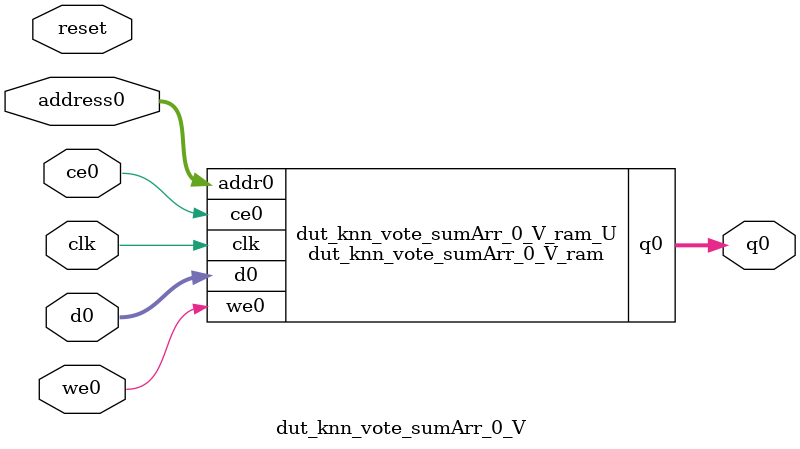
<source format=v>

`timescale 1 ns / 1 ps
module dut_knn_vote_sumArr_0_V_ram (addr0, ce0, d0, we0, q0,  clk);

parameter DWIDTH = 6;
parameter AWIDTH = 4;
parameter MEM_SIZE = 10;

input[AWIDTH-1:0] addr0;
input ce0;
input[DWIDTH-1:0] d0;
input we0;
output reg[DWIDTH-1:0] q0;
input clk;

(* ram_style = "distributed" *)reg [DWIDTH-1:0] ram[MEM_SIZE-1:0];




always @(posedge clk)  
begin 
    if (ce0) 
    begin
        if (we0) 
        begin 
            ram[addr0] <= d0; 
            q0 <= d0;
        end 
        else 
            q0 <= ram[addr0];
    end
end


endmodule


`timescale 1 ns / 1 ps
module dut_knn_vote_sumArr_0_V(
    reset,
    clk,
    address0,
    ce0,
    we0,
    d0,
    q0);

parameter DataWidth = 32'd6;
parameter AddressRange = 32'd10;
parameter AddressWidth = 32'd4;
input reset;
input clk;
input[AddressWidth - 1:0] address0;
input ce0;
input we0;
input[DataWidth - 1:0] d0;
output[DataWidth - 1:0] q0;



dut_knn_vote_sumArr_0_V_ram dut_knn_vote_sumArr_0_V_ram_U(
    .clk( clk ),
    .addr0( address0 ),
    .ce0( ce0 ),
    .d0( d0 ),
    .we0( we0 ),
    .q0( q0 ));

endmodule


</source>
